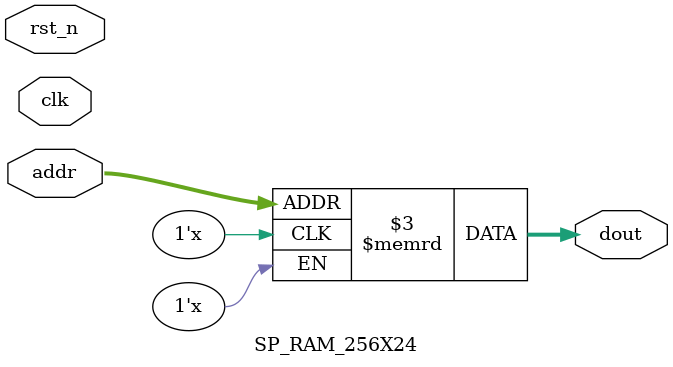
<source format=v>
module SP_RAM_256X24(    
    input            clk  , 
	input            rst_n,
    input      [7:0] addr , 

    output     [23:0]dout
);
	integer i;
	reg [23:0] mem[255:0];
    
	always @(posedge clk or negedge rst_n) begin
		if(~rst_n)begin
			`ifdef SIM
			$readmemb("program.txt",mem);
			`elsif
			mem[0 ] <= 24'b000101_00101_00000_00000011;
			mem[1 ] <= 24'b000101_00110_00000_00000011;
			mem[2 ] <= 24'b000101_00111_00000_00000011;
			mem[3 ] <= 24'b000101_01000_00000_00000011;
			mem[4 ] <= 24'b000101_01001_00000_11110000;
			mem[5 ] <= 24'b000101_01010_00000_00001111;
			mem[6 ] <= 24'b000110_01100_00000_00000010;
			mem[7 ] <= 24'b001010_01100_01011_00000110;
			mem[8 ] <= 24'b000110_01100_00000_00000010;
			mem[9 ] <= 24'b001000_01100_01011_00001000;
			mem[10] <= 24'b000110_00001_00000_00000001;
			mem[11] <= 24'b000110_01100_00000_00000010;
			mem[12] <= 24'b001010_01100_01011_00001011;
			mem[13] <= 24'b000110_01100_00000_00000010;
			mem[14] <= 24'b001000_01100_01011_00001101;
			mem[15] <= 24'b000110_00010_00000_00000001;
			mem[16] <= 24'b000110_01100_00000_00000010;
			mem[17] <= 24'b001010_01100_01011_00010000;
			mem[18] <= 24'b000011_00101_00101_00000001;
			mem[19] <= 24'b000011_00110_00110_00000010;
			mem[20] <= 24'b000001_00101_00101_00000110;
			mem[21] <= 24'b000001_00101_00101_00001001;
			mem[22] <= 24'b000011_00111_00111_00000001;
			mem[23] <= 24'b000011_01000_01000_00000010;
			mem[24] <= 24'b000001_00111_00111_00001000;
			mem[25] <= 24'b000001_00111_00111_00001010;
			mem[26] <= 24'b001011_00011_00101_00000000;
			mem[27] <= 24'b000110_01100_00000_00000010;
			mem[28] <= 24'b001000_01100_01011_00011011;
			mem[29] <= 24'b001011_00011_00111_00000000;
			`endif

			`ifdef DEBUG
			for(i = 0; i < $size(mem); i = i+1)begin
				$display("mem[%d]:%b",i,mem[i]);
			end
			`endif
		end
	end
    
	assign dout = mem[addr];
endmodule

</source>
